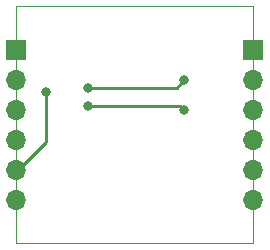
<source format=gbr>
G04 #@! TF.GenerationSoftware,KiCad,Pcbnew,(5.99.0-11522-g728b160719)*
G04 #@! TF.CreationDate,2021-08-06T10:01:41+10:00*
G04 #@! TF.ProjectId,USB-TTL,5553422d-5454-44c2-9e6b-696361645f70,rev?*
G04 #@! TF.SameCoordinates,Original*
G04 #@! TF.FileFunction,Copper,L2,Bot*
G04 #@! TF.FilePolarity,Positive*
%FSLAX46Y46*%
G04 Gerber Fmt 4.6, Leading zero omitted, Abs format (unit mm)*
G04 Created by KiCad (PCBNEW (5.99.0-11522-g728b160719)) date 2021-08-06 10:01:41*
%MOMM*%
%LPD*%
G01*
G04 APERTURE LIST*
G04 #@! TA.AperFunction,Profile*
%ADD10C,0.100000*%
G04 #@! TD*
G04 #@! TA.AperFunction,ComponentPad*
%ADD11R,1.700000X1.700000*%
G04 #@! TD*
G04 #@! TA.AperFunction,ComponentPad*
%ADD12O,1.700000X1.700000*%
G04 #@! TD*
G04 #@! TA.AperFunction,ViaPad*
%ADD13C,0.800000*%
G04 #@! TD*
G04 #@! TA.AperFunction,Conductor*
%ADD14C,0.250000*%
G04 #@! TD*
G04 APERTURE END LIST*
D10*
X157988000Y-103734000D02*
X137922000Y-103734000D01*
X137922000Y-103734000D02*
X137922000Y-83668000D01*
X137922000Y-83668000D02*
X157988000Y-83668000D01*
X157988000Y-83668000D02*
X157988000Y-103734000D01*
D11*
G04 #@! TO.P,J1,1,Pin_1*
G04 #@! TO.N,N/C*
X137922000Y-87376000D03*
D12*
G04 #@! TO.P,J1,2,Pin_2*
G04 #@! TO.N,+3V3*
X137922000Y-89916000D03*
G04 #@! TO.P,J1,3,Pin_3*
G04 #@! TO.N,USB D+*
X137922000Y-92456000D03*
G04 #@! TO.P,J1,4,Pin_4*
G04 #@! TO.N,USB D-*
X137922000Y-94996000D03*
G04 #@! TO.P,J1,5,Pin_5*
G04 #@! TO.N,GND*
X137922000Y-97536000D03*
G04 #@! TO.P,J1,6,Pin_6*
G04 #@! TO.N,N/C*
X137922000Y-100076000D03*
G04 #@! TD*
D11*
G04 #@! TO.P,J2,1,Pin_1*
G04 #@! TO.N,N/C*
X157988000Y-87376000D03*
D12*
G04 #@! TO.P,J2,2,Pin_2*
G04 #@! TO.N,TTL TX*
X157988000Y-89916000D03*
G04 #@! TO.P,J2,3,Pin_3*
G04 #@! TO.N,TTL RX*
X157988000Y-92456000D03*
G04 #@! TO.P,J2,4,Pin_4*
G04 #@! TO.N,IO0*
X157988000Y-94996000D03*
G04 #@! TO.P,J2,5,Pin_5*
G04 #@! TO.N,EN*
X157988000Y-97536000D03*
G04 #@! TO.P,J2,6,Pin_6*
G04 #@! TO.N,N/C*
X157988000Y-100076000D03*
G04 #@! TD*
D13*
G04 #@! TO.N,GND*
X140462000Y-90932000D03*
G04 #@! TO.N,Net-(R1-Pad1)*
X143953000Y-90551000D03*
X152146000Y-89916000D03*
G04 #@! TO.N,Net-(R2-Pad1)*
X152146000Y-92456000D03*
X143953000Y-92075000D03*
G04 #@! TD*
D14*
G04 #@! TO.N,GND*
X140462000Y-90932000D02*
X140462000Y-95121020D01*
X140462000Y-95121020D02*
X138047020Y-97536000D01*
G04 #@! TO.N,Net-(R1-Pad1)*
X151511000Y-90551000D02*
X152146000Y-89916000D01*
X143953000Y-90551000D02*
X151511000Y-90551000D01*
G04 #@! TO.N,Net-(R2-Pad1)*
X151765000Y-92075000D02*
X152146000Y-92456000D01*
X143953000Y-92075000D02*
X151765000Y-92075000D01*
G04 #@! TD*
M02*

</source>
